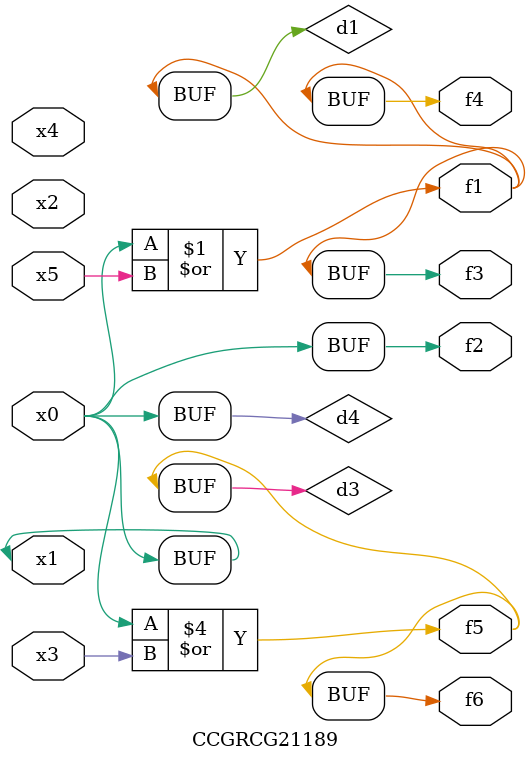
<source format=v>
module CCGRCG21189(
	input x0, x1, x2, x3, x4, x5,
	output f1, f2, f3, f4, f5, f6
);

	wire d1, d2, d3, d4;

	or (d1, x0, x5);
	xnor (d2, x1, x4);
	or (d3, x0, x3);
	buf (d4, x0, x1);
	assign f1 = d1;
	assign f2 = d4;
	assign f3 = d1;
	assign f4 = d1;
	assign f5 = d3;
	assign f6 = d3;
endmodule

</source>
